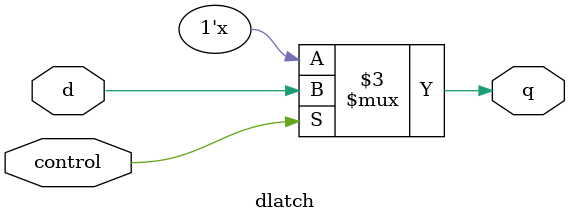
<source format=v>

module dlatch(q,d,control);
input d,control;
output q;
reg q;
always@(control or d)
if (control) q=d;
endmodule

</source>
